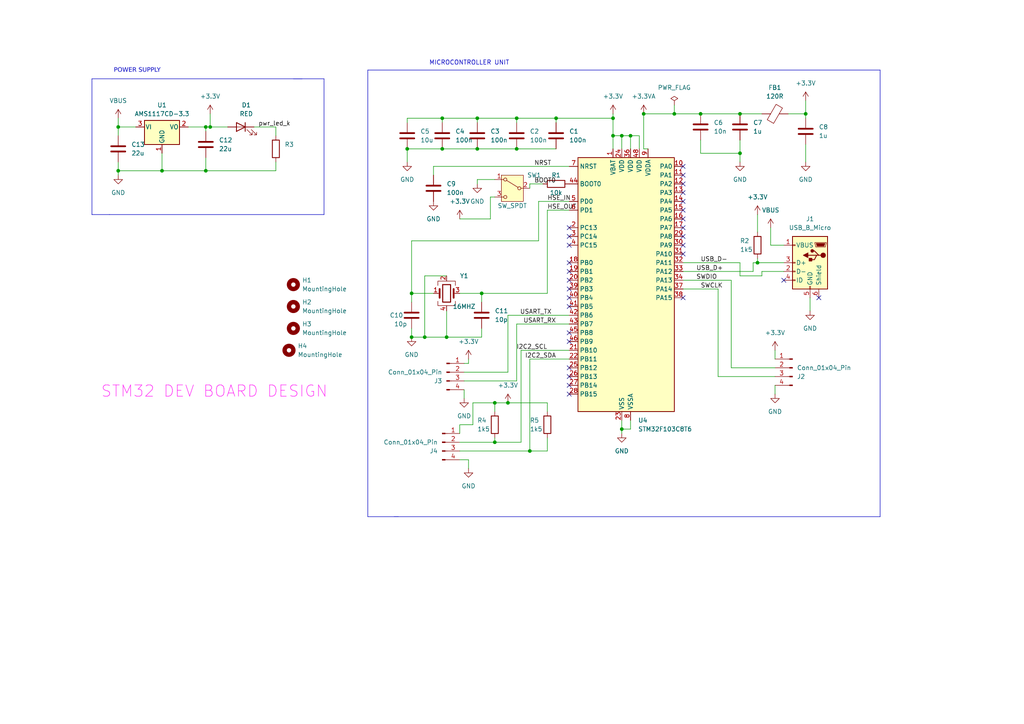
<source format=kicad_sch>
(kicad_sch (version 20230121) (generator eeschema)
  (paper "A4")
  (title_block (title "ESP32 dev board") (date "2024-12-20") (rev "version 1") (company "EJ TEACH TECH"))
  (lib_symbols
    (symbol "Connector:Conn_01x04_Pin" (pin_names (offset 1.016) hide)
      (property "Reference" "J" (at 0 5.08 0))
      (property "Value" "Conn_01x04_Pin" (at 0 -7.62 0))
      (symbol "Conn_01x04_Pin_1_1"
        (polyline (pts (xy 1.27 -5.08) (xy 0.8636 -5.08)) (stroke (width 0.1524)))
        (polyline (pts (xy 1.27 -2.54) (xy 0.8636 -2.54)) (stroke (width 0.1524)))
        (polyline (pts (xy 1.27 0) (xy 0.8636 0)) (stroke (width 0.1524)))
        (polyline (pts (xy 1.27 2.54) (xy 0.8636 2.54)) (stroke (width 0.1524)))
        (rectangle (start 0.8636 -4.953) (end 0 -5.207) (stroke (width 0.1524)) (fill (type outline)))
        (rectangle (start 0.8636 -2.413) (end 0 -2.667) (stroke (width 0.1524)) (fill (type outline)))
        (rectangle (start 0.8636 0.127) (end 0 -0.127) (stroke (width 0.1524)) (fill (type outline)))
        (rectangle (start 0.8636 2.667) (end 0 2.413) (stroke (width 0.1524)) (fill (type outline)))
        (pin passive line (at 5.08 2.54 180) (length 3.81) (name "Pin_1") (number "1"))
        (pin passive line (at 5.08 0 180) (length 3.81) (name "Pin_2") (number "2"))
        (pin passive line (at 5.08 -2.54 180) (length 3.81) (name "Pin_3") (number "3"))
        (pin passive line (at 5.08 -5.08 180) (length 3.81) (name "Pin_4") (number "4"))
      )
    )
    (symbol "Connector:USB_B_Micro" (pin_names (offset 1.016))
      (property "Reference" "J" (at -5.08 11.43 0))
      (property "Value" "USB_B_Micro" (at -5.08 8.89 0))
      (symbol "USB_B_Micro_0_1"
        (rectangle (start -5.08 -7.62) (end 5.08 7.62) (stroke (width 0.254)) (fill (type background)))
        (circle (center -3.81 2.159) (radius 0.635) (stroke (width 0.254)) (fill (type outline)))
        (circle (center -0.635 3.429) (radius 0.381) (stroke (width 0.254)) (fill (type outline)))
        (rectangle (start -0.127 -7.62) (end 0.127 -6.858))
        (polyline (pts (xy -1.905 2.159) (xy 0.635 2.159)) (stroke (width 0.254)))
        (polyline (pts (xy -3.175 2.159) (xy -2.54 2.159) (xy -1.27 3.429) (xy -0.635 3.429)) (stroke (width 0.254)))
        (polyline (pts (xy -2.54 2.159) (xy -1.905 2.159) (xy -1.27 0.889) (xy 0 0.889)) (stroke (width 0.254)))
        (polyline (pts (xy 0.635 2.794) (xy 0.635 1.524) (xy 1.905 2.159) (xy 0.635 2.794)) (stroke (width 0.254)) (fill (type outline)))
        (polyline (pts (xy -4.318 5.588) (xy -1.778 5.588) (xy -2.032 4.826) (xy -4.064 4.826) (xy -4.318 5.588)) (fill (type outline)))
        (polyline (pts (xy -4.699 5.842) (xy -4.699 5.588) (xy -4.445 4.826) (xy -4.445 4.572) (xy -1.651 4.572) (xy -1.651 4.826) (xy -1.397 5.588) (xy -1.397 5.842) (xy -4.699 5.842)))
        (rectangle (start 0.254 1.27) (end -0.508 0.508) (stroke (width 0.254)) (fill (type outline)))
        (rectangle (start 5.08 -5.207) (end 4.318 -4.953))
        (rectangle (start 5.08 -2.667) (end 4.318 -2.413))
        (rectangle (start 5.08 -0.127) (end 4.318 0.127))
        (rectangle (start 5.08 4.953) (end 4.318 5.207))
      )
      (symbol "USB_B_Micro_1_1"
        (pin power_out line (at 7.62 5.08 180) (length 2.54) (name "VBUS") (number "1"))
        (pin bidirectional line (at 7.62 -2.54 180) (length 2.54) (name "D-") (number "2"))
        (pin bidirectional line (at 7.62 0 180) (length 2.54) (name "D+") (number "3"))
        (pin passive line (at 7.62 -5.08 180) (length 2.54) (name "ID") (number "4"))
        (pin power_out line (at 0 -10.16 90) (length 2.54) (name "GND") (number "5"))
        (pin passive line (at -2.54 -10.16 90) (length 2.54) (name "Shield") (number "6"))
      )
    )
    (symbol "Device:C" (pin_numbers hide) (pin_names (offset 0.254))
      (property "Reference" "C" (at 0.635 2.54 0))
      (property "Value" "C" (at 0.635 -2.54 0))
      (symbol "C_0_1"
        (polyline (pts (xy -2.032 -0.762) (xy 2.032 -0.762)) (stroke (width 0.508)))
        (polyline (pts (xy -2.032 0.762) (xy 2.032 0.762)) (stroke (width 0.508)))
      )
      (symbol "C_1_1"
        (pin passive line (at 0 3.81 270) (length 2.794) (name "~") (number "1"))
        (pin passive line (at 0 -3.81 90) (length 2.794) (name "~") (number "2"))
      )
    )
    (symbol "Device:Crystal_GND24" (pin_names (offset 1.016) hide)
      (property "Reference" "Y" (at 3.175 5.08 0))
      (property "Value" "Crystal_GND24" (at 3.175 3.175 0))
      (symbol "Crystal_GND24_0_1"
        (rectangle (start -1.143 2.54) (end 1.143 -2.54) (stroke (width 0.3048)))
        (polyline (pts (xy -2.54 0) (xy -2.032 0)))
        (polyline (pts (xy -2.032 -1.27) (xy -2.032 1.27)) (stroke (width 0.508)))
        (polyline (pts (xy 0 -3.81) (xy 0 -3.556)))
        (polyline (pts (xy 0 3.556) (xy 0 3.81)))
        (polyline (pts (xy 2.032 -1.27) (xy 2.032 1.27)) (stroke (width 0.508)))
        (polyline (pts (xy 2.032 0) (xy 2.54 0)))
        (polyline (pts (xy -2.54 -2.286) (xy -2.54 -3.556) (xy 2.54 -3.556) (xy 2.54 -2.286)))
        (polyline (pts (xy -2.54 2.286) (xy -2.54 3.556) (xy 2.54 3.556) (xy 2.54 2.286)))
      )
      (symbol "Crystal_GND24_1_1"
        (pin passive line (at -3.81 0 0) (length 1.27) (name "1") (number "1"))
        (pin passive line (at 0 5.08 270) (length 1.27) (name "2") (number "2"))
        (pin passive line (at 3.81 0 180) (length 1.27) (name "3") (number "3"))
        (pin passive line (at 0 -5.08 90) (length 1.27) (name "4") (number "4"))
      )
    )
    (symbol "Device:FerriteBead" (pin_numbers hide) (pin_names (offset 0))
      (property "Reference" "FB" (at -3.81 0.635 90))
      (property "Value" "FerriteBead" (at 3.81 0 90))
      (symbol "FerriteBead_0_1"
        (polyline (pts (xy 0 -1.27) (xy 0 -1.2192)))
        (polyline (pts (xy 0 1.27) (xy 0 1.2954)))
        (polyline (pts (xy -2.7686 0.4064) (xy -1.7018 2.2606) (xy 2.7686 -0.3048) (xy 1.6764 -2.159) (xy -2.7686 0.4064)))
      )
      (symbol "FerriteBead_1_1"
        (pin passive line (at 0 3.81 270) (length 2.54) (name "~") (number "1"))
        (pin passive line (at 0 -3.81 90) (length 2.54) (name "~") (number "2"))
      )
    )
    (symbol "Device:LED" (pin_numbers hide) (pin_names (offset 1.016) hide)
      (property "Reference" "D" (at 0 2.54 0))
      (property "Value" "LED" (at 0 -2.54 0))
      (symbol "LED_0_1"
        (polyline (pts (xy -1.27 -1.27) (xy -1.27 1.27)) (stroke (width 0.254)))
        (polyline (pts (xy -1.27 0) (xy 1.27 0)))
        (polyline (pts (xy 1.27 -1.27) (xy 1.27 1.27) (xy -1.27 0) (xy 1.27 -1.27)) (stroke (width 0.254)))
        (polyline (pts (xy -3.048 -0.762) (xy -4.572 -2.286) (xy -3.81 -2.286) (xy -4.572 -2.286) (xy -4.572 -1.524)))
        (polyline (pts (xy -1.778 -0.762) (xy -3.302 -2.286) (xy -2.54 -2.286) (xy -3.302 -2.286) (xy -3.302 -1.524)))
      )
      (symbol "LED_1_1"
        (pin passive line (at -3.81 0 0) (length 2.54) (name "K") (number "1"))
        (pin passive line (at 3.81 0 180) (length 2.54) (name "A") (number "2"))
      )
    )
    (symbol "Device:R" (pin_numbers hide) (pin_names (offset 0))
      (property "Reference" "R" (at 2.032 0 90))
      (property "Value" "R" (at 0 0 90))
      (symbol "R_0_1"
        (rectangle (start -1.016 -2.54) (end 1.016 2.54) (stroke (width 0.254)))
      )
      (symbol "R_1_1"
        (pin passive line (at 0 3.81 270) (length 1.27) (name "~") (number "1"))
        (pin passive line (at 0 -3.81 90) (length 1.27) (name "~") (number "2"))
      )
    )
    (symbol "MCU_ST_STM32F1:STM32F103C8Tx"
      (property "Reference" "U" (at -12.7 39.37 0))
      (property "Value" "STM32F103C8Tx" (at 10.16 39.37 0))
      (symbol "STM32F103C8Tx_0_1"
        (rectangle (start -12.7 -35.56) (end 15.24 38.1) (stroke (width 0.254)) (fill (type background)))
      )
      (symbol "STM32F103C8Tx_1_1"
        (pin power_in line (at -2.54 40.64 270) (length 2.54) (name "VBAT") (number "1"))
        (pin bidirectional line (at 17.78 35.56 180) (length 2.54) (name "PA0") (number "10"))
        (pin bidirectional line (at 17.78 33.02 180) (length 2.54) (name "PA1") (number "11"))
        (pin bidirectional line (at 17.78 30.48 180) (length 2.54) (name "PA2") (number "12"))
        (pin bidirectional line (at 17.78 27.94 180) (length 2.54) (name "PA3") (number "13"))
        (pin bidirectional line (at 17.78 25.4 180) (length 2.54) (name "PA4") (number "14"))
        (pin bidirectional line (at 17.78 22.86 180) (length 2.54) (name "PA5") (number "15"))
        (pin bidirectional line (at 17.78 20.32 180) (length 2.54) (name "PA6") (number "16"))
        (pin bidirectional line (at 17.78 17.78 180) (length 2.54) (name "PA7") (number "17"))
        (pin bidirectional line (at -15.24 7.62 0) (length 2.54) (name "PB0") (number "18"))
        (pin bidirectional line (at -15.24 5.08 0) (length 2.54) (name "PB1") (number "19"))
        (pin bidirectional line (at -15.24 17.78 0) (length 2.54) (name "PC13") (number "2"))
        (pin bidirectional line (at -15.24 2.54 0) (length 2.54) (name "PB2") (number "20"))
        (pin bidirectional line (at -15.24 -17.78 0) (length 2.54) (name "PB10") (number "21"))
        (pin bidirectional line (at -15.24 -20.32 0) (length 2.54) (name "PB11") (number "22"))
        (pin power_in line (at 0 -38.1 90) (length 2.54) (name "VSS") (number "23"))
        (pin power_in line (at 0 40.64 270) (length 2.54) (name "VDD") (number "24"))
        (pin bidirectional line (at -15.24 -22.86 0) (length 2.54) (name "PB12") (number "25"))
        (pin bidirectional line (at -15.24 -25.4 0) (length 2.54) (name "PB13") (number "26"))
        (pin bidirectional line (at -15.24 -27.94 0) (length 2.54) (name "PB14") (number "27"))
        (pin bidirectional line (at -15.24 -30.48 0) (length 2.54) (name "PB15") (number "28"))
        (pin bidirectional line (at 17.78 15.24 180) (length 2.54) (name "PA8") (number "29"))
        (pin bidirectional line (at -15.24 15.24 0) (length 2.54) (name "PC14") (number "3"))
        (pin bidirectional line (at 17.78 12.7 180) (length 2.54) (name "PA9") (number "30"))
        (pin bidirectional line (at 17.78 10.16 180) (length 2.54) (name "PA10") (number "31"))
        (pin bidirectional line (at 17.78 7.62 180) (length 2.54) (name "PA11") (number "32"))
        (pin bidirectional line (at 17.78 5.08 180) (length 2.54) (name "PA12") (number "33"))
        (pin bidirectional line (at 17.78 2.54 180) (length 2.54) (name "PA13") (number "34"))
        (pin passive line (at 0 -38.1 90) (length 2.54) hide (name "VSS") (number "35"))
        (pin power_in line (at 2.54 40.64 270) (length 2.54) (name "VDD") (number "36"))
        (pin bidirectional line (at 17.78 0 180) (length 2.54) (name "PA14") (number "37"))
        (pin bidirectional line (at 17.78 -2.54 180) (length 2.54) (name "PA15") (number "38"))
        (pin bidirectional line (at -15.24 0 0) (length 2.54) (name "PB3") (number "39"))
        (pin bidirectional line (at -15.24 12.7 0) (length 2.54) (name "PC15") (number "4"))
        (pin bidirectional line (at -15.24 -2.54 0) (length 2.54) (name "PB4") (number "40"))
        (pin bidirectional line (at -15.24 -5.08 0) (length 2.54) (name "PB5") (number "41"))
        (pin bidirectional line (at -15.24 -7.62 0) (length 2.54) (name "PB6") (number "42"))
        (pin bidirectional line (at -15.24 -10.16 0) (length 2.54) (name "PB7") (number "43"))
        (pin input line (at -15.24 30.48 0) (length 2.54) (name "BOOT0") (number "44"))
        (pin bidirectional line (at -15.24 -12.7 0) (length 2.54) (name "PB8") (number "45"))
        (pin bidirectional line (at -15.24 -15.24 0) (length 2.54) (name "PB9") (number "46"))
        (pin passive line (at 0 -38.1 90) (length 2.54) hide (name "VSS") (number "47"))
        (pin power_in line (at 5.08 40.64 270) (length 2.54) (name "VDD") (number "48"))
        (pin bidirectional line (at -15.24 25.4 0) (length 2.54) (name "PD0") (number "5"))
        (pin bidirectional line (at -15.24 22.86 0) (length 2.54) (name "PD1") (number "6"))
        (pin input line (at -15.24 35.56 0) (length 2.54) (name "NRST") (number "7"))
        (pin power_in line (at 2.54 -38.1 90) (length 2.54) (name "VSSA") (number "8"))
        (pin power_in line (at 7.62 40.64 270) (length 2.54) (name "VDDA") (number "9"))
      )
    )
    (symbol "Mechanical:MountingHole" (pin_names (offset 1.016))
      (property "Reference" "H" (at 0 5.08 0))
      (property "Value" "MountingHole" (at 0 3.175 0))
      (symbol "MountingHole_0_1"
        (circle (center 0 0) (radius 1.27) (stroke (width 1.27)))
      )
    )
    (symbol "Regulator_Linear:AMS1117CD-3.3" (pin_names (offset 0.254))
      (property "Reference" "U" (at -3.81 3.175 0))
      (property "Value" "AMS1117CD-3.3" (at 0 3.175 0))
      (symbol "AMS1117CD-3.3_0_1"
        (rectangle (start -5.08 -5.08) (end 5.08 1.905) (stroke (width 0.254)) (fill (type background)))
      )
      (symbol "AMS1117CD-3.3_1_1"
        (pin power_in line (at 0 -7.62 90) (length 2.54) (name "GND") (number "1"))
        (pin power_out line (at 7.62 0 180) (length 2.54) (name "VO") (number "2"))
        (pin power_in line (at -7.62 0 0) (length 2.54) (name "VI") (number "3"))
      )
    )
    (symbol "Switch:SW_SPDT" (pin_names (offset 0) hide)
      (property "Reference" "SW" (at 0 5.08 0))
      (property "Value" "SW_SPDT" (at 0 -5.08 0))
      (symbol "SW_SPDT_0_1"
        (circle (center -2.032 0) (radius 0.4572))
        (polyline (pts (xy -1.651 0.254) (xy 1.651 2.286)))
        (circle (center 2.032 -2.54) (radius 0.4572))
        (circle (center 2.032 2.54) (radius 0.4572))
      )
      (symbol "SW_SPDT_1_1"
        (rectangle (start -3.175 3.81) (end 3.175 -3.81) (fill (type background)))
        (pin passive line (at 5.08 2.54 180) (length 2.54) (name "A") (number "1"))
        (pin passive line (at -5.08 0 0) (length 2.54) (name "B") (number "2"))
        (pin passive line (at 5.08 -2.54 180) (length 2.54) (name "C") (number "3"))
      )
    )
    (symbol "power:+3.3V" (power) (pin_names (offset 0))
      (property "Value" "+3.3V" (at 0 3.556 0))
      (symbol "+3.3V_0_1"
        (polyline (pts (xy -0.762 1.27) (xy 0 2.54)))
        (polyline (pts (xy 0 0) (xy 0 2.54)))
        (polyline (pts (xy 0 2.54) (xy 0.762 1.27)))
      )
      (symbol "+3.3V_1_1"
        (pin power_in line (at 0 0 90) (length 0) hide (name "+3.3V") (number "1"))
      )
    )
    (symbol "power:+3.3VA" (power) (pin_names (offset 0))
      (property "Value" "+3.3VA" (at 0 3.556 0))
      (symbol "+3.3VA_0_1"
        (polyline (pts (xy -0.762 1.27) (xy 0 2.54)))
        (polyline (pts (xy 0 0) (xy 0 2.54)))
        (polyline (pts (xy 0 2.54) (xy 0.762 1.27)))
      )
      (symbol "+3.3VA_1_1"
        (pin power_in line (at 0 0 90) (length 0) hide (name "+3.3VA") (number "1"))
      )
    )
    (symbol "power:GND" (power) (pin_names (offset 0))
      (property "Value" "GND" (at 0 -3.81 0))
      (symbol "GND_0_1"
        (polyline (pts (xy 0 0) (xy 0 -1.27) (xy 1.27 -1.27) (xy 0 -2.54) (xy -1.27 -1.27) (xy 0 -1.27)))
      )
      (symbol "GND_1_1"
        (pin power_in line (at 0 0 270) (length 0) hide (name "GND") (number "1"))
      )
    )
    (symbol "power:PWR_FLAG" (power) (pin_numbers hide) (pin_names (offset 0) hide)
      (property "Value" "PWR_FLAG" (at 0 3.81 0))
      (symbol "PWR_FLAG_0_0"
        (pin power_out line (at 0 0 90) (length 0) (name "pwr") (number "1"))
      )
      (symbol "PWR_FLAG_0_1"
        (polyline (pts (xy 0 0) (xy 0 1.27) (xy -1.016 1.905) (xy 0 2.54) (xy 1.016 1.905) (xy 0 1.27)))
      )
    )
    (symbol "power:VBUS" (power) (pin_names (offset 0))
      (property "Value" "VBUS" (at 0 3.81 0))
      (symbol "VBUS_0_1"
        (polyline (pts (xy -0.762 1.27) (xy 0 2.54)))
        (polyline (pts (xy 0 0) (xy 0 2.54)))
        (polyline (pts (xy 0 2.54) (xy 0.762 1.27)))
      )
      (symbol "VBUS_1_1"
        (pin power_in line (at 0 0 90) (length 0) hide (name "VBUS") (number "1"))
      )
    )
  )
  (junction (at 128.27 34.29))
  (junction (at 59.69 36.83))
  (junction (at 177.8 39.37))
  (junction (at 34.29 49.53))
  (junction (at 195.58 33.02))
  (junction (at 59.69 49.53))
  (junction (at 138.43 34.29))
  (junction (at 118.11 43.18))
  (junction (at 177.8 34.29))
  (junction (at 182.88 39.37))
  (junction (at 214.63 44.45))
  (junction (at 138.43 43.18))
  (junction (at 219.71 76.2))
  (junction (at 186.69 33.02))
  (junction (at 139.7 85.09))
  (junction (at 60.96 36.83))
  (junction (at 147.32 116.84))
  (junction (at 214.63 33.02))
  (junction (at 119.38 97.79))
  (junction (at 203.2 33.02))
  (junction (at 180.34 39.37))
  (junction (at 119.38 85.09))
  (junction (at 149.86 34.29))
  (junction (at 161.29 34.29))
  (junction (at 233.68 33.02))
  (junction (at 180.34 124.46))
  (junction (at 129.54 97.79))
  (junction (at 46.99 49.53))
  (junction (at 128.27 43.18))
  (junction (at 143.51 128.27))
  (junction (at 34.29 36.83))
  (junction (at 153.67 130.81))
  (junction (at 123.19 97.79))
  (junction (at 149.86 43.18))
  (junction (at 143.51 116.84))
  (no_connect (at 198.12 48.26))
  (no_connect (at 165.1 83.82))
  (no_connect (at 165.1 106.68))
  (no_connect (at 227.33 81.28))
  (no_connect (at 165.1 76.2))
  (no_connect (at 237.49 86.36))
  (no_connect (at 165.1 99.06))
  (no_connect (at 165.1 71.12))
  (no_connect (at 165.1 86.36))
  (no_connect (at 198.12 86.36))
  (no_connect (at 198.12 66.04))
  (no_connect (at 198.12 73.66))
  (no_connect (at 165.1 109.22))
  (no_connect (at 198.12 60.96))
  (no_connect (at 165.1 78.74))
  (no_connect (at 198.12 71.12))
  (no_connect (at 198.12 68.58))
  (no_connect (at 198.12 50.8))
  (no_connect (at 165.1 96.52))
  (no_connect (at 198.12 53.34))
  (no_connect (at 198.12 55.88))
  (no_connect (at 198.12 63.5))
  (no_connect (at 165.1 66.04))
  (no_connect (at 165.1 81.28))
  (no_connect (at 198.12 58.42))
  (no_connect (at 165.1 68.58))
  (no_connect (at 165.1 88.9))
  (no_connect (at 165.1 114.3))
  (no_connect (at 165.1 111.76))
  (wire (pts (xy 139.7 85.09) (xy 158.75 85.09)))
  (wire (pts (xy 161.29 35.56) (xy 161.29 34.29)))
  (wire (pts (xy 54.61 36.83) (xy 59.69 36.83)))
  (wire (pts (xy 137.16 116.84) (xy 143.51 116.84)))
  (wire (pts (xy 125.73 48.26) (xy 165.1 48.26)))
  (wire (pts (xy 233.68 34.29) (xy 233.68 33.02)))
  (wire (pts (xy 123.19 97.79) (xy 119.38 97.79)))
  (wire (pts (xy 212.09 106.68) (xy 212.09 81.28)))
  (wire (pts (xy 158.75 85.09) (xy 158.75 60.96)))
  (wire (pts (xy 195.58 33.02) (xy 186.69 33.02)))
  (wire (pts (xy 138.43 53.34) (xy 138.43 52.07)))
  (wire (pts (xy 158.75 127) (xy 158.75 130.81)))
  (wire (pts (xy 139.7 97.79) (xy 129.54 97.79)))
  (wire (pts (xy 218.44 76.2) (xy 218.44 78.74)))
  (wire (pts (xy 182.88 39.37) (xy 182.88 43.18)))
  (wire (pts (xy 34.29 36.83) (xy 34.29 39.37)))
  (wire (pts (xy 198.12 76.2) (xy 214.63 76.2)))
  (wire (pts (xy 186.69 43.18) (xy 187.96 43.18)))
  (wire (pts (xy 186.69 33.02) (xy 186.69 43.18)))
  (wire (pts (xy 157.48 53.34) (xy 153.67 53.34)))
  (polyline (pts (xy 106.68 149.86) (xy 115.57 149.86)))
  (wire (pts (xy 133.35 125.73) (xy 133.35 123.19)))
  (wire (pts (xy 208.28 109.22) (xy 208.28 83.82)))
  (wire (pts (xy 149.86 34.29) (xy 149.86 35.56)))
  (wire (pts (xy 128.27 34.29) (xy 138.43 34.29)))
  (wire (pts (xy 119.38 97.79) (xy 119.38 95.25)))
  (wire (pts (xy 182.88 39.37) (xy 180.34 39.37)))
  (wire (pts (xy 125.73 50.8) (xy 125.73 48.26)))
  (wire (pts (xy 234.95 86.36) (xy 234.95 90.17)))
  (wire (pts (xy 60.96 36.83) (xy 59.69 36.83)))
  (wire (pts (xy 214.63 33.02) (xy 220.98 33.02)))
  (wire (pts (xy 149.86 93.98) (xy 165.1 93.98)))
  (polyline (pts (xy 93.98 62.23) (xy 93.98 22.86)))
  (wire (pts (xy 143.51 127) (xy 143.51 128.27)))
  (wire (pts (xy 182.88 124.46) (xy 180.34 124.46)))
  (wire (pts (xy 133.35 85.09) (xy 139.7 85.09)))
  (wire (pts (xy 224.79 106.68) (xy 212.09 106.68)))
  (wire (pts (xy 142.24 57.15) (xy 143.51 57.15)))
  (wire (pts (xy 198.12 78.74) (xy 218.44 78.74)))
  (wire (pts (xy 34.29 46.99) (xy 34.29 49.53)))
  (wire (pts (xy 227.33 78.74) (xy 220.98 78.74)))
  (wire (pts (xy 177.8 34.29) (xy 177.8 39.37)))
  (wire (pts (xy 177.8 39.37) (xy 177.8 43.18)))
  (wire (pts (xy 153.67 130.81) (xy 153.67 104.14)))
  (wire (pts (xy 46.99 44.45) (xy 46.99 49.53)))
  (wire (pts (xy 59.69 36.83) (xy 59.69 38.1)))
  (wire (pts (xy 161.29 34.29) (xy 177.8 34.29)))
  (wire (pts (xy 46.99 49.53) (xy 34.29 49.53)))
  (wire (pts (xy 123.19 80.01) (xy 123.19 97.79)))
  (wire (pts (xy 143.51 119.38) (xy 143.51 116.84)))
  (wire (pts (xy 203.2 33.02) (xy 195.58 33.02)))
  (wire (pts (xy 214.63 44.45) (xy 214.63 46.99)))
  (wire (pts (xy 147.32 107.95) (xy 147.32 91.44)))
  (wire (pts (xy 128.27 43.18) (xy 118.11 43.18)))
  (wire (pts (xy 80.01 49.53) (xy 59.69 49.53)))
  (wire (pts (xy 119.38 69.85) (xy 156.21 69.85)))
  (wire (pts (xy 134.62 105.41) (xy 135.89 105.41)))
  (wire (pts (xy 119.38 85.09) (xy 119.38 69.85)))
  (wire (pts (xy 135.89 104.14) (xy 135.89 105.41)))
  (wire (pts (xy 151.13 128.27) (xy 151.13 101.6)))
  (wire (pts (xy 227.33 76.2) (xy 219.71 76.2)))
  (wire (pts (xy 203.2 44.45) (xy 203.2 40.64)))
  (wire (pts (xy 60.96 36.83) (xy 66.04 36.83)))
  (wire (pts (xy 129.54 97.79) (xy 123.19 97.79)))
  (wire (pts (xy 80.01 39.37) (xy 80.01 36.83)))
  (wire (pts (xy 224.79 111.76) (xy 224.79 114.3)))
  (polyline (pts (xy 93.98 22.86) (xy 85.09 22.86)))
  (wire (pts (xy 151.13 101.6) (xy 165.1 101.6)))
  (wire (pts (xy 135.89 133.35) (xy 133.35 133.35)))
  (wire (pts (xy 153.67 53.34) (xy 153.67 54.61)))
  (wire (pts (xy 133.35 128.27) (xy 143.51 128.27)))
  (wire (pts (xy 233.68 29.21) (xy 233.68 33.02)))
  (wire (pts (xy 203.2 33.02) (xy 214.63 33.02)))
  (wire (pts (xy 138.43 52.07) (xy 143.51 52.07)))
  (wire (pts (xy 233.68 41.91) (xy 233.68 46.99)))
  (wire (pts (xy 143.51 128.27) (xy 151.13 128.27)))
  (wire (pts (xy 129.54 90.17) (xy 129.54 97.79)))
  (wire (pts (xy 198.12 81.28) (xy 212.09 81.28)))
  (wire (pts (xy 134.62 113.03) (xy 134.62 115.57)))
  (wire (pts (xy 128.27 34.29) (xy 128.27 35.56)))
  (wire (pts (xy 149.86 110.49) (xy 149.86 93.98)))
  (wire (pts (xy 224.79 109.22) (xy 208.28 109.22)))
  (wire (pts (xy 149.86 43.18) (xy 138.43 43.18)))
  (wire (pts (xy 161.29 43.18) (xy 149.86 43.18)))
  (wire (pts (xy 180.34 121.92) (xy 180.34 124.46)))
  (polyline (pts (xy 26.67 62.23) (xy 31.75 62.23)))
  (wire (pts (xy 118.11 34.29) (xy 128.27 34.29)))
  (wire (pts (xy 182.88 121.92) (xy 182.88 124.46)))
  (wire (pts (xy 180.34 39.37) (xy 180.34 43.18)))
  (polyline (pts (xy 26.67 22.86) (xy 26.67 62.23)))
  (wire (pts (xy 158.75 60.96) (xy 165.1 60.96)))
  (wire (pts (xy 134.62 110.49) (xy 149.86 110.49)))
  (wire (pts (xy 138.43 34.29) (xy 138.43 35.56)))
  (wire (pts (xy 133.35 123.19) (xy 137.16 123.19)))
  (wire (pts (xy 60.96 33.02) (xy 60.96 36.83)))
  (wire (pts (xy 185.42 39.37) (xy 182.88 39.37)))
  (wire (pts (xy 228.6 33.02) (xy 233.68 33.02)))
  (wire (pts (xy 223.52 71.12) (xy 227.33 71.12)))
  (wire (pts (xy 214.63 40.64) (xy 214.63 44.45)))
  (wire (pts (xy 180.34 124.46) (xy 180.34 125.73)))
  (wire (pts (xy 177.8 33.02) (xy 177.8 34.29)))
  (wire (pts (xy 142.24 63.5) (xy 142.24 57.15)))
  (wire (pts (xy 158.75 119.38) (xy 158.75 116.84)))
  (polyline (pts (xy 114.3 149.86) (xy 255.27 149.86)))
  (wire (pts (xy 118.11 35.56) (xy 118.11 34.29)))
  (wire (pts (xy 119.38 85.09) (xy 119.38 87.63)))
  (wire (pts (xy 133.35 63.5) (xy 142.24 63.5)))
  (wire (pts (xy 80.01 46.99) (xy 80.01 49.53)))
  (wire (pts (xy 139.7 85.09) (xy 139.7 87.63)))
  (wire (pts (xy 180.34 39.37) (xy 177.8 39.37)))
  (wire (pts (xy 118.11 43.18) (xy 118.11 46.99)))
  (wire (pts (xy 156.21 58.42) (xy 165.1 58.42)))
  (wire (pts (xy 195.58 30.48) (xy 195.58 33.02)))
  (wire (pts (xy 143.51 116.84) (xy 147.32 116.84)))
  (wire (pts (xy 73.66 36.83) (xy 80.01 36.83)))
  (wire (pts (xy 220.98 78.74) (xy 220.98 80.01)))
  (wire (pts (xy 219.71 74.93) (xy 219.71 76.2)))
  (wire (pts (xy 147.32 91.44) (xy 165.1 91.44)))
  (wire (pts (xy 134.62 107.95) (xy 147.32 107.95)))
  (wire (pts (xy 158.75 116.84) (xy 147.32 116.84)))
  (wire (pts (xy 34.29 49.53) (xy 34.29 50.8)))
  (polyline (pts (xy 106.68 20.32) (xy 106.68 149.86)))
  (wire (pts (xy 125.73 85.09) (xy 119.38 85.09)))
  (wire (pts (xy 198.12 83.82) (xy 208.28 83.82)))
  (wire (pts (xy 34.29 36.83) (xy 39.37 36.83)))
  (wire (pts (xy 156.21 69.85) (xy 156.21 58.42)))
  (wire (pts (xy 219.71 62.23) (xy 219.71 67.31)))
  (wire (pts (xy 137.16 123.19) (xy 137.16 116.84)))
  (wire (pts (xy 133.35 130.81) (xy 153.67 130.81)))
  (wire (pts (xy 139.7 95.25) (xy 139.7 97.79)))
  (wire (pts (xy 34.29 34.29) (xy 34.29 36.83)))
  (wire (pts (xy 153.67 104.14) (xy 165.1 104.14)))
  (wire (pts (xy 158.75 130.81) (xy 153.67 130.81)))
  (wire (pts (xy 138.43 43.18) (xy 128.27 43.18)))
  (wire (pts (xy 214.63 44.45) (xy 203.2 44.45)))
  (wire (pts (xy 185.42 39.37) (xy 185.42 43.18)))
  (polyline (pts (xy 255.27 20.32) (xy 106.68 20.32)))
  (polyline (pts (xy 255.27 149.86) (xy 255.27 20.32)))
  (wire (pts (xy 138.43 34.29) (xy 149.86 34.29)))
  (wire (pts (xy 214.63 80.01) (xy 220.98 80.01)))
  (polyline (pts (xy 31.75 62.23) (xy 93.98 62.23)))
  (wire (pts (xy 224.79 101.6) (xy 224.79 104.14)))
  (wire (pts (xy 149.86 34.29) (xy 161.29 34.29)))
  (wire (pts (xy 129.54 80.01) (xy 123.19 80.01)))
  (polyline (pts (xy 87.63 22.86) (xy 26.67 22.86)))
  (wire (pts (xy 135.89 135.89) (xy 135.89 133.35)))
  (wire (pts (xy 214.63 80.01) (xy 214.63 76.2)))
  (wire (pts (xy 59.69 49.53) (xy 46.99 49.53)))
  (wire (pts (xy 223.52 66.04) (xy 223.52 71.12)))
  (wire (pts (xy 59.69 45.72) (xy 59.69 49.53)))
  (wire (pts (xy 219.71 76.2) (xy 218.44 76.2)))
  (text "STM32 DEV BOARD DESIGN" (at 29.21 115.57 0) (effects (font (size 3.27 3.27)) (justify left bottom)))
  (text "MICROCONTROLLER UNIT" (at 124.46 19.05 0) (effects (font (size 1.27 1.27)) (justify left bottom)))
  (text "POWER SUPPLY" (at 33.02 21.59 0) (effects (font (size 1.27 1.27)) (justify left bottom)))
  (label "I2C2_SDA" (at 161.29 104.14 180))
  (label "USB_D+" (at 201.93 78.74 0))
  (label "SWCLK" (at 203.2 83.82 0))
  (label "I2C2_SCL" (at 158.75 101.6 180))
  (label "USART_RX" (at 161.29 93.98 180))
  (label "HSE_OUT" (at 158.75 60.96 0))
  (label "USART_TX" (at 160.02 91.44 180))
  (label "USB_D-" (at 203.2 76.2 0))
  (label "NRST" (at 154.94 48.26 0))
  (label "HSE_IN" (at 158.75 58.42 0))
  (label "SWDIO" (at 201.93 81.28 0))
  (label "pwr_led_k" (at 74.93 36.83 0))
  (label "BOOT0" (at 154.94 53.34 0))
  (symbol (lib_id "power:+3.3V") (at 133.35 63.5 0) (unit 1)
    (property "Reference" "#PWR010" (effects hide))
    (property "Value" "+3.3V" (at 133.35 58.42 0))
  )
  (symbol (lib_id "Connector:USB_B_Micro") (at 234.95 76.2 0) (mirror y) (unit 1)
    (property "Reference" "J1" (at 234.95 63.5 0))
    (property "Value" "USB_B_Micro" (at 234.95 66.04 0))
    (property "Footprint" "Connector_USB:USB_Mini-B_Wuerth_65100516121_Horizontal" (effects hide))
  )
  (symbol (lib_id "power:GND") (at 125.73 58.42 0) (unit 1)
    (property "Reference" "#PWR08" (effects hide))
    (property "Value" "GND" (at 125.73 63.5 0))
  )
  (symbol (lib_id "Device:FerriteBead") (at 224.79 33.02 90) (unit 1)
    (property "Reference" "FB1" (at 224.7392 25.4 90))
    (property "Value" "120R" (at 224.7392 27.94 90))
    (property "Footprint" "Inductor_SMD:L_0603_1608Metric" (effects hide))
  )
  (symbol (lib_id "Mechanical:MountingHole") (at 85.09 95.25 0) (unit 1)
    (property "Reference" "H3" (at 87.63 93.98 0) (effects (justify left)))
    (property "Value" "MountingHole" (at 87.63 96.52 0) (effects (justify left)))
    (property "Footprint" "MountingHole:MountingHole_2.2mm_M2" (effects hide))
  )
  (symbol (lib_id "Device:C") (at 233.68 38.1 0) (unit 1)
    (property "Reference" "C8" (at 237.49 36.83 0) (effects (justify left)))
    (property "Value" "1u" (at 237.49 39.37 0) (effects (justify left)))
    (property "Footprint" "Capacitor_SMD:C_0402_1005Metric" (effects hide))
  )
  (symbol (lib_id "Device:C") (at 203.2 36.83 0) (unit 1)
    (property "Reference" "C6" (at 207.01 35.56 0) (effects (justify left)))
    (property "Value" "10n" (at 207.01 38.1 0) (effects (justify left)))
    (property "Footprint" "Capacitor_SMD:C_0402_1005Metric" (effects hide))
  )
  (symbol (lib_id "Connector:Conn_01x04_Pin") (at 128.27 128.27 0) (unit 1)
    (property "Reference" "J4" (at 127 130.81 0) (effects (justify right)))
    (property "Value" "Conn_01x04_Pin" (at 127 128.27 0) (effects (justify right)))
    (property "Footprint" "Connector_PinHeader_2.54mm:PinHeader_1x04_P2.54mm_Vertical" (effects hide))
  )
  (symbol (lib_id "Regulator_Linear:AMS1117CD-3.3") (at 46.99 36.83 0) (unit 1)
    (property "Reference" "U1" (at 46.99 30.48 0))
    (property "Value" "AMS1117CD-3.3" (at 46.99 33.02 0))
    (property "Footprint" "Package_TO_SOT_SMD:TO-252-3_TabPin2" (effects hide))
    (property "Datasheet" "http://www.advanced-monolithic.com/pdf/ds1117.pdf" (effects hide))
  )
  (symbol (lib_id "Device:C") (at 149.86 39.37 0) (unit 1)
    (property "Reference" "C2" (at 153.67 38.1 0) (effects (justify left)))
    (property "Value" "100n" (at 153.67 40.64 0) (effects (justify left)))
    (property "Footprint" "Capacitor_SMD:C_0402_1005Metric" (effects hide))
  )
  (symbol (lib_id "Device:Crystal_GND24") (at 129.54 85.09 0) (unit 1)
    (property "Reference" "Y1" (at 134.62 80.01 0))
    (property "Value" "16MHZ" (at 134.62 88.9 0))
    (property "Footprint" "Crystal:Crystal_SMD_3225-4Pin_3.2x2.5mm" (effects hide))
  )
  (symbol (lib_id "power:+3.3V") (at 147.32 116.84 0) (unit 1)
    (property "Reference" "#PWR022" (effects hide))
    (property "Value" "+3.3V" (at 147.32 111.76 0))
  )
  (symbol (lib_id "power:GND") (at 118.11 46.99 0) (unit 1)
    (property "Reference" "#PWR03" (effects hide))
    (property "Value" "GND" (at 118.11 52.07 0))
  )
  (symbol (lib_id "power:GND") (at 214.63 46.99 0) (unit 1)
    (property "Reference" "#PWR07" (effects hide))
    (property "Value" "GND" (at 214.63 52.07 0))
  )
  (symbol (lib_id "power:+3.3V") (at 233.68 29.21 0) (unit 1)
    (property "Reference" "#PWR06" (effects hide))
    (property "Value" "+3.3V" (at 233.68 24.13 0))
  )
  (symbol (lib_id "Device:C") (at 118.11 39.37 0) (unit 1)
    (property "Reference" "C5" (at 121.92 38.1 0) (effects (justify left)))
    (property "Value" "10u" (at 121.92 40.64 0) (effects (justify left)))
    (property "Footprint" "Capacitor_SMD:C_0603_1608Metric" (effects hide))
  )
  (symbol (lib_id "power:GND") (at 134.62 115.57 0) (unit 1)
    (property "Reference" "#PWR021" (effects hide))
    (property "Value" "GND" (at 134.62 120.65 0))
  )
  (symbol (lib_id "Mechanical:MountingHole") (at 83.82 101.6 0) (unit 1)
    (property "Reference" "H4" (at 86.36 100.33 0) (effects (justify left)))
    (property "Value" "MountingHole" (at 86.36 102.87 0) (effects (justify left)))
    (property "Footprint" "MountingHole:MountingHole_2.2mm_M2" (effects hide))
  )
  (symbol (lib_id "power:GND") (at 34.29 50.8 0) (unit 1)
    (property "Reference" "#PWR019" (effects hide))
    (property "Value" "GND" (at 34.29 55.88 0))
  )
  (symbol (lib_id "power:VBUS") (at 223.52 66.04 0) (unit 1)
    (property "Reference" "#PWR012" (effects hide))
    (property "Value" "VBUS" (at 223.52 60.96 0))
  )
  (symbol (lib_id "Device:R") (at 161.29 53.34 90) (unit 1)
    (property "Reference" "R1" (at 161.29 50.8 90))
    (property "Value" "10k" (at 161.29 55.88 90))
    (property "Footprint" "Resistor_SMD:R_0402_1005Metric" (effects hide))
  )
  (symbol (lib_id "power:+3.3V") (at 135.89 104.14 0) (unit 1)
    (property "Reference" "#PWR020" (effects hide))
    (property "Value" "+3.3V" (at 135.89 99.06 0))
  )
  (symbol (lib_id "Device:LED") (at 69.85 36.83 0) (mirror y) (unit 1)
    (property "Reference" "D1" (at 71.4375 30.48 0))
    (property "Value" "RED" (at 71.4375 33.02 0))
    (property "Footprint" "LED_SMD:LED_0603_1608Metric" (effects hide))
  )
  (symbol (lib_id "power:+3.3V") (at 224.79 101.6 0) (unit 1)
    (property "Reference" "#PWR015" (effects hide))
    (property "Value" "+3.3V" (at 224.79 96.52 0))
  )
  (symbol (lib_id "power:PWR_FLAG") (at 195.58 30.48 0) (unit 1)
    (property "Reference" "#FLG01" (effects hide))
    (property "Value" "PWR_FLAG" (at 195.58 25.4 0))
  )
  (symbol (lib_id "power:+3.3V") (at 177.8 33.02 0) (unit 1)
    (property "Reference" "#PWR02" (effects hide))
    (property "Value" "+3.3V" (at 177.8 27.94 0))
  )
  (symbol (lib_id "power:+3.3VA") (at 186.69 33.02 0) (unit 1)
    (property "Reference" "#PWR04" (effects hide))
    (property "Value" "+3.3VA" (at 186.69 27.94 0))
  )
  (symbol (lib_id "Switch:SW_SPDT") (at 148.59 54.61 0) (mirror y) (unit 1)
    (property "Reference" "SW1" (at 154.94 50.8 0))
    (property "Value" "SW_SPDT" (at 148.59 59.69 0))
    (property "Footprint" "Button_Switch_SMD:SW_SPDT_PCM12" (effects hide))
  )
  (symbol (lib_id "MCU_ST_STM32F1:STM32F103C8Tx") (at 180.34 83.82 0) (unit 1)
    (property "Reference" "U4" (at 185.0741 121.92 0) (effects (justify left)))
    (property "Value" "STM32F103C8T6" (at 185.0741 124.46 0) (effects (justify left)))
    (property "Footprint" "Package_QFP:LQFP-48_7x7mm_P0.5mm" (effects hide))
    (property "Datasheet" "https://www.st.com/resource/en/datasheet/stm32f103c8.pdf" (effects hide))
  )
  (symbol (lib_id "Device:C") (at 34.29 43.18 0) (unit 1)
    (property "Reference" "C13" (at 38.1 41.91 0) (effects (justify left)))
    (property "Value" "22u" (at 38.1 44.45 0) (effects (justify left)))
    (property "Footprint" "Capacitor_SMD:C_0805_2012Metric_Pad1.18x1.45mm_HandSolder" (effects hide))
  )
  (symbol (lib_id "Connector:Conn_01x04_Pin") (at 229.87 106.68 0) (mirror y) (unit 1)
    (property "Reference" "J2" (at 231.14 109.22 0) (effects (justify right)))
    (property "Value" "Conn_01x04_Pin" (at 231.14 106.68 0) (effects (justify right)))
    (property "Footprint" "Connector_PinHeader_2.54mm:PinHeader_1x04_P2.54mm_Vertical" (effects hide))
  )
  (symbol (lib_id "Device:C") (at 214.63 36.83 0) (unit 1)
    (property "Reference" "C7" (at 218.44 35.56 0) (effects (justify left)))
    (property "Value" "1u" (at 218.44 38.1 0) (effects (justify left)))
    (property "Footprint" "Capacitor_SMD:C_0402_1005Metric" (effects hide))
  )
  (symbol (lib_id "power:GND") (at 138.43 53.34 0) (unit 1)
    (property "Reference" "#PWR09" (effects hide))
    (property "Value" "GND" (at 138.43 58.42 0))
  )
  (symbol (lib_id "Device:R") (at 219.71 71.12 0) (unit 1)
    (property "Reference" "R2" (at 214.63 69.85 0) (effects (justify left)))
    (property "Value" "1k5" (at 214.63 72.39 0) (effects (justify left)))
    (property "Footprint" "Resistor_SMD:R_0402_1005Metric" (effects hide))
  )
  (symbol (lib_id "Device:C") (at 59.69 41.91 0) (unit 1)
    (property "Reference" "C12" (at 63.5 40.64 0) (effects (justify left)))
    (property "Value" "22u" (at 63.5 43.18 0) (effects (justify left)))
    (property "Footprint" "Capacitor_SMD:C_0805_2012Metric" (effects hide))
  )
  (symbol (lib_id "power:+3.3V") (at 219.71 62.23 0) (unit 1)
    (property "Reference" "#PWR014" (effects hide))
    (property "Value" "+3.3V" (at 219.71 57.15 0))
  )
  (symbol (lib_id "Device:C") (at 161.29 39.37 0) (unit 1)
    (property "Reference" "C1" (at 165.1 38.1 0) (effects (justify left)))
    (property "Value" "100n" (at 165.1 40.64 0) (effects (justify left)))
    (property "Footprint" "Capacitor_SMD:C_0402_1005Metric" (effects hide))
  )
  (symbol (lib_id "Device:R") (at 158.75 123.19 0) (unit 1)
    (property "Reference" "R5" (at 153.67 121.92 0) (effects (justify left)))
    (property "Value" "1k5" (at 153.67 124.46 0) (effects (justify left)))
    (property "Footprint" "Resistor_SMD:R_0402_1005Metric" (effects hide))
  )
  (symbol (lib_id "Device:C") (at 119.38 91.44 0) (unit 1)
    (property "Reference" "C10" (at 113.03 91.44 0) (effects (justify left)))
    (property "Value" "10p" (at 114.3 93.98 0) (effects (justify left)))
    (property "Footprint" "Capacitor_SMD:C_0402_1005Metric" (effects hide))
  )
  (symbol (lib_id "power:VBUS") (at 34.29 34.29 0) (unit 1)
    (property "Reference" "#PWR017" (effects hide))
    (property "Value" "VBUS" (at 34.29 29.21 0))
  )
  (symbol (lib_id "Connector:Conn_01x04_Pin") (at 129.54 107.95 0) (unit 1)
    (property "Reference" "J3" (at 128.27 110.49 0) (effects (justify right)))
    (property "Value" "Conn_01x04_Pin" (at 128.27 107.95 0) (effects (justify right)))
    (property "Footprint" "Connector_PinHeader_2.54mm:PinHeader_1x04_P2.54mm_Vertical" (effects hide))
  )
  (symbol (lib_id "power:+3.3V") (at 60.96 33.02 0) (unit 1)
    (property "Reference" "#PWR018" (effects hide))
    (property "Value" "+3.3V" (at 60.96 27.94 0))
  )
  (symbol (lib_id "power:GND") (at 233.68 46.99 0) (unit 1)
    (property "Reference" "#PWR05" (effects hide))
    (property "Value" "GND" (at 233.68 52.07 0))
  )
  (symbol (lib_id "power:GND") (at 234.95 90.17 0) (unit 1)
    (property "Reference" "#PWR013" (effects hide))
    (property "Value" "GND" (at 234.95 95.25 0))
  )
  (symbol (lib_id "Device:R") (at 143.51 123.19 0) (unit 1)
    (property "Reference" "R4" (at 138.43 121.92 0) (effects (justify left)))
    (property "Value" "1k5" (at 138.43 124.46 0) (effects (justify left)))
    (property "Footprint" "Resistor_SMD:R_0402_1005Metric" (effects hide))
  )
  (symbol (lib_id "power:GND") (at 135.89 135.89 0) (unit 1)
    (property "Reference" "#PWR023" (effects hide))
    (property "Value" "GND" (at 135.89 140.97 0))
  )
  (symbol (lib_id "Device:C") (at 139.7 91.44 0) (unit 1)
    (property "Reference" "C11" (at 143.51 90.17 0) (effects (justify left)))
    (property "Value" "10p" (at 143.51 92.71 0) (effects (justify left)))
    (property "Footprint" "Capacitor_SMD:C_0402_1005Metric" (effects hide))
  )
  (symbol (lib_id "power:GND") (at 180.34 125.73 0) (unit 1)
    (property "Reference" "#PWR01" (effects hide))
    (property "Value" "GND" (at 180.34 130.81 0))
  )
  (symbol (lib_id "Device:C") (at 125.73 54.61 0) (unit 1)
    (property "Reference" "C9" (at 129.54 53.34 0) (effects (justify left)))
    (property "Value" "100n" (at 129.54 55.88 0) (effects (justify left)))
    (property "Footprint" "Capacitor_SMD:C_0402_1005Metric" (effects hide))
  )
  (symbol (lib_id "Device:C") (at 138.43 39.37 0) (unit 1)
    (property "Reference" "C3" (at 142.24 38.1 0) (effects (justify left)))
    (property "Value" "100n" (at 142.24 40.64 0) (effects (justify left)))
    (property "Footprint" "Capacitor_SMD:C_0402_1005Metric" (effects hide))
  )
  (symbol (lib_id "Device:C") (at 128.27 39.37 0) (unit 1)
    (property "Reference" "C4" (at 132.08 38.1 0) (effects (justify left)))
    (property "Value" "100n" (at 132.08 40.64 0) (effects (justify left)))
    (property "Footprint" "Capacitor_SMD:C_0402_1005Metric" (effects hide))
  )
  (symbol (lib_id "Mechanical:MountingHole") (at 85.09 88.9 0) (unit 1)
    (property "Reference" "H2" (at 87.63 87.63 0) (effects (justify left)))
    (property "Value" "MountingHole" (at 87.63 90.17 0) (effects (justify left)))
    (property "Footprint" "MountingHole:MountingHole_2.2mm_M2" (effects hide))
  )
  (symbol (lib_id "Device:R") (at 80.01 43.18 0) (unit 1)
    (property "Reference" "R3" (at 82.55 41.91 0) (effects (justify left)))
    (property "Value" "1k5" (effects hide))
    (property "Footprint" "Resistor_SMD:R_0402_1005Metric" (effects hide))
  )
  (symbol (lib_id "Mechanical:MountingHole") (at 85.09 82.55 0) (unit 1)
    (property "Reference" "H1" (at 87.63 81.28 0) (effects (justify left)))
    (property "Value" "MountingHole" (at 87.63 83.82 0) (effects (justify left)))
    (property "Footprint" "MountingHole:MountingHole_2.2mm_M2" (effects hide))
  )
  (symbol (lib_id "power:GND") (at 119.38 97.79 0) (unit 1)
    (property "Reference" "#PWR011" (effects hide))
    (property "Value" "GND" (at 119.38 102.87 0))
  )
  (symbol (lib_id "power:GND") (at 224.79 114.3 0) (unit 1)
    (property "Reference" "#PWR016" (effects hide))
    (property "Value" "GND" (at 224.79 119.38 0))
  )
)
</source>
